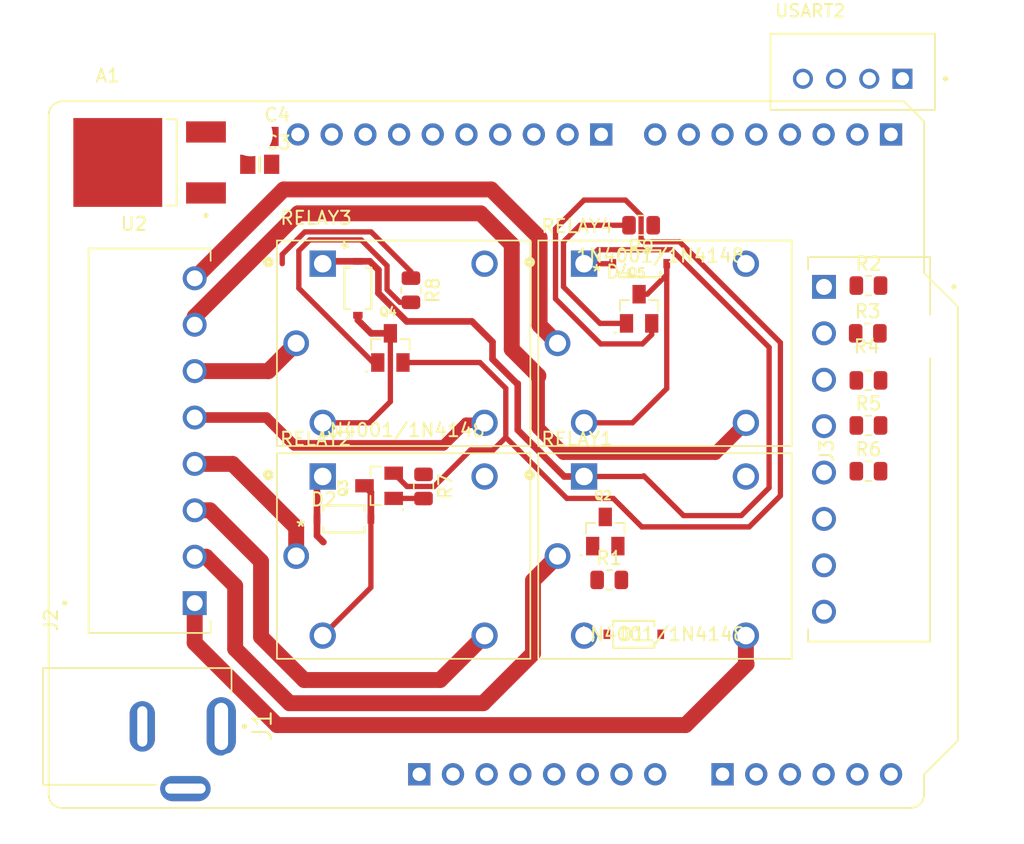
<source format=kicad_pcb>
(kicad_pcb (version 20241229) (generator "pcbnew") (generator_version "9.0")
  (layers (0 "F.Cu" signal) (2 "B.Cu" signal) (13 "F.Paste" user) (15 "B.Paste" user) (5 "F.SilkS" user "F.Silkscreen") (7 "B.SilkS" user "B.Silkscreen") (1 "F.Mask" user) (3 "B.Mask" user) (25 "Edge.Cuts" user))
  (net 0 "")
  (net 1 "GND")
  (net 2 "Net-(U2-IN)")
  (net 3 "5V")
  (net 4 "Net-(D1-A)")
  (net 5 "Net-(D2-A)")
  (net 6 "Net-(D3-A)")
  (net 7 "Net-(D4-A)")
  (net 9 "COM4")
  (net 10 "RNO1")
  (net 11 "RNO2")
  (net 12 "COM2")
  (net 13 "COM3")
  (net 14 "RNO3")
  (net 15 "COM1")
  (net 16 "RNO4")
  (net 17 "IN3")
  (net 18 "IN1")
  (net 19 "ADC0")
  (net 20 "IN2")
  (net 21 "ADC2")
  (net 22 "ADC1")
  (net 23 "ADC4")
  (net 24 "ADC3")
  (net 25 "Net-(Q2-B)")
  (net 26 "Net-(Q3-B)")
  (net 27 "Net-(Q4-B)")
  (net 28 "Net-(Q5-B)")
  (net 29 "OUT4")
  (net 30 "OUT3")
  (net 31 "OUT2")
  (net 32 "OUT1")
  (net 37 "USART_RX")
  (net 38 "USART_TX")
  (footprint "1N4148W-TP:SOD123" (layer "F.Cu") (at 169.8 53.2)
    (property "Reference" "D1" (at -0.1016 0 0) (layer "F.SilkS"))
    (property "Value" "1N4001/1N4148" (at 2.0828 0 0) (layer "F.SilkS"))
    (fp_line (start -1.5494 -1.016) (end -1.5494 -0.6096) (stroke (width 0.1524)) (layer "F.SilkS"))
    (fp_line (start -1.5494 0.6096) (end -1.5494 1.016) (stroke (width 0.1524)) (layer "F.SilkS"))
    (fp_line (start -1.5494 1.016) (end 1.5494 1.016) (stroke (width 0.1524)) (layer "F.SilkS"))
    (fp_line (start 1.5494 -1.016) (end -1.5494 -1.016) (stroke (width 0.1524)) (layer "F.SilkS"))
    (fp_line (start 1.5494 -0.6096) (end 1.5494 -1.016) (stroke (width 0.1524)) (layer "F.SilkS"))
    (fp_line (start 1.5494 1.016) (end 1.5494 0.6096) (stroke (width 0.1524)) (layer "F.SilkS"))
    (fp_text user "*" (at -3.2512 0.635 0) (layer "F.SilkS"))
    (pad "1" smd rect (at -2.032 0) (size 0.508 0.7112) (layers "F.Cu" "F.Mask" "F.Paste") (net 3 "5V"))
    (pad "2" smd rect (at 2.032 0) (size 0.508 0.7112) (layers "F.Cu" "F.Mask" "F.Paste") (net 4 "Net-(D1-A)"))
  )
  (footprint "1N4148W-TP:SOD123" (layer "F.Cu") (at 170.25 25.25)
    (property "Reference" "D4" (at -1.5494 0.6096 0) (layer "F.SilkS"))
    (property "Value" "1N4001/1N4148" (at 1.5494 -0.6096 0) (layer "F.SilkS"))
    (fp_line (start -1.5494 -1.016) (end -1.5494 -0.6096) (stroke (width 0.1524)) (layer "F.SilkS"))
    (fp_line (start -1.5494 0.6096) (end -1.5494 1.016) (stroke (width 0.1524)) (layer "F.SilkS"))
    (fp_line (start -1.5494 1.016) (end 1.5494 1.016) (stroke (width 0.1524)) (layer "F.SilkS"))
    (fp_line (start 1.5494 -1.016) (end -1.5494 -1.016) (stroke (width 0.1524)) (layer "F.SilkS"))
    (fp_line (start 1.5494 -0.6096) (end 1.5494 -1.016) (stroke (width 0.1524)) (layer "F.SilkS"))
    (fp_line (start 1.5494 1.016) (end 1.5494 0.6096) (stroke (width 0.1524)) (layer "F.SilkS"))
    (fp_text user "*" (at -3.2512 0.635 0) (layer "F.SilkS"))
    (pad "1" smd rect (at -2.032 0) (size 0.508 0.7112) (layers "F.Cu" "F.Mask" "F.Paste") (net 3 "5V"))
    (pad "2" smd rect (at 2.032 0) (size 0.508 0.7112) (layers "F.Cu" "F.Mask" "F.Paste") (net 7 "Net-(D4-A)"))
  )
  (footprint "Resistor_SMD:R_0805_2012Metric" (layer "F.Cu") (at 167.95 49.1)
    (property "Reference" "R1" (at 0 -1.65 0) (layer "F.SilkS"))
    (property "Value" "10K")
    (fp_line (start -0.227064 -0.735) (end 0.227064 -0.735) (stroke (width 0.12)) (layer "F.SilkS"))
    (fp_line (start -0.227064 0.735) (end 0.227064 0.735) (stroke (width 0.12)) (layer "F.SilkS"))
    (pad "1" smd roundrect (at -0.9125 0) (size 1.025 1.4) (layers "F.Cu" "F.Mask" "F.Paste") (roundrect_rratio 0.243902) (net 29 "OUT4"))
    (pad "2" smd roundrect (at 0.9125 0) (size 1.025 1.4) (layers "F.Cu" "F.Mask" "F.Paste") (roundrect_rratio 0.243902) (net 25 "Net-(Q2-B)"))
  )
  (footprint "Resistor_SMD:R_0805_2012Metric" (layer "F.Cu") (at 187.4875 26.9)
    (property "Reference" "R2" (at 0 -1.65 0) (layer "F.SilkS"))
    (property "Value" "1K")
    (fp_line (start -0.227064 -0.735) (end 0.227064 -0.735) (stroke (width 0.12)) (layer "F.SilkS"))
    (fp_line (start -0.227064 0.735) (end 0.227064 0.735) (stroke (width 0.12)) (layer "F.SilkS"))
    (pad "1" smd roundrect (at -0.9125 0) (size 1.025 1.4) (layers "F.Cu" "F.Mask" "F.Paste") (roundrect_rratio 0.243902) (net 19 "ADC0"))
    (pad "2" smd roundrect (at 0.9125 0) (size 1.025 1.4) (layers "F.Cu" "F.Mask" "F.Paste") (roundrect_rratio 0.243902) (net 1 "GND"))
  )
  (footprint "SRD-05VDC-SL-C:RELAY_SRD-05VDC-SL-C" (layer "F.Cu") (at 172.15 31.25)
    (property "Reference" "RELAY4" (at -6.62563 -8.83584 0) (layer "F.SilkS") (effects (font (size 1.000094 1.000094))))
    (property "Value" "SRD-05VDC-SL-C")
    (fp_line (start -9.55 -7.75) (end 9.55 -7.75) (stroke (width 0.127)) (layer "F.SilkS"))
    (fp_line (start -9.55 7.75) (end -9.55 -7.75) (stroke (width 0.127)) (layer "F.SilkS"))
    (fp_line (start 9.55 -7.75) (end 9.55 7.75) (stroke (width 0.127)) (layer "F.SilkS"))
    (fp_line (start 9.55 7.75) (end -9.55 7.75) (stroke (width 0.127)) (layer "F.SilkS"))
    (fp_circle (center -10.2 -6.119) (end -10.1 -6.119) (stroke (width 0.3)) (fill no) (layer "F.SilkS"))
    (pad "A1" thru_hole rect (at -6.1 -6) (size 1.98 1.98) (drill 1.32) (layers "*.Cu" "*.Mask") (net 3 "5V"))
    (pad "A2" thru_hole circle (at -6.1 6) (size 1.98 1.98) (drill 1.32) (layers "*.Cu" "*.Mask") (net 7 "Net-(D4-A)"))
    (pad "COM" thru_hole circle (at -8.1 0) (size 1.935 1.935) (drill 1.29) (layers "*.Cu" "*.Mask") (net 9 "COM4"))
    (pad "NC" thru_hole circle (at 6.1 -6) (size 1.98 1.98) (drill 1.32) (layers "*.Cu" "*.Mask"))
    (pad "NO" thru_hole circle (at 6.1 6) (size 1.98 1.98) (drill 1.32) (layers "*.Cu" "*.Mask") (net 16 "RNO4"))
  )
  (footprint "SRD-05VDC-SL-C:RELAY_SRD-05VDC-SL-C" (layer "F.Cu") (at 152.45 31.25)
    (property "Reference" "RELAY3" (at -6.6 -9.45 0) (layer "F.SilkS") (effects (font (size 1.000094 1.000094))))
    (property "Value" "SRD-05VDC-SL-C")
    (fp_line (start -9.55 -7.75) (end 9.55 -7.75) (stroke (width 0.127)) (layer "F.SilkS"))
    (fp_line (start -9.55 7.75) (end -9.55 -7.75) (stroke (width 0.127)) (layer "F.SilkS"))
    (fp_line (start 9.55 -7.75) (end 9.55 7.75) (stroke (width 0.127)) (layer "F.SilkS"))
    (fp_line (start 9.55 7.75) (end -9.55 7.75) (stroke (width 0.127)) (layer "F.SilkS"))
    (fp_circle (center -10.2 -6.119) (end -10.1 -6.119) (stroke (width 0.3)) (fill no) (layer "F.SilkS"))
    (pad "A1" thru_hole rect (at -6.1 -6) (size 1.98 1.98) (drill 1.32) (layers "*.Cu" "*.Mask") (net 3 "5V"))
    (pad "A2" thru_hole circle (at -6.1 6) (size 1.98 1.98) (drill 1.32) (layers "*.Cu" "*.Mask") (net 6 "Net-(D3-A)"))
    (pad "COM" thru_hole circle (at -8.1 0) (size 1.935 1.935) (drill 1.29) (layers "*.Cu" "*.Mask") (net 13 "COM3"))
    (pad "NC" thru_hole circle (at 6.1 -6) (size 1.98 1.98) (drill 1.32) (layers "*.Cu" "*.Mask"))
    (pad "NO" thru_hole circle (at 6.1 6) (size 1.98 1.98) (drill 1.32) (layers "*.Cu" "*.Mask") (net 14 "RNO3"))
  )
  (footprint "Resistor_SMD:R_0805_2012Metric" (layer "F.Cu") (at 153 27.25 -90)
    (property "Reference" "R8" (at 0 -1.65 90) (layer "F.SilkS"))
    (property "Value" "10K")
    (fp_line (start -0.227064 0.735) (end 0.227064 0.735) (stroke (width 0.12)) (layer "F.SilkS"))
    (fp_line (start -0.227064 -0.735) (end 0.227064 -0.735) (stroke (width 0.12)) (layer "F.SilkS"))
    (pad "1" smd roundrect (at -0.9125 0 270) (size 1.025 1.4) (layers "F.Cu" "F.Mask" "F.Paste") (roundrect_rratio 0.243902) (net 31 "OUT2"))
    (pad "2" smd roundrect (at 0.9125 0 270) (size 1.025 1.4) (layers "F.Cu" "F.Mask" "F.Paste") (roundrect_rratio 0.243902) (net 27 "Net-(Q4-B)"))
  )
  (footprint "S9013:SOT95P240X120-3N" (layer "F.Cu") (at 170.2 28.65)
    (property "Reference" "Q5" (at -0.173263 -2.71554 0) (layer "F.SilkS") (effects (font (size 0.640976 0.640976))))
    (property "Value" "S9013")
    (fp_line (start -1.45 -0.65) (end -1.45 0.15) (stroke (width 0.127)) (layer "F.SilkS"))
    (fp_line (start -1.45 -0.65) (end -0.75 -0.65) (stroke (width 0.127)) (layer "F.SilkS"))
    (fp_line (start 1.45 -0.65) (end 0.75 -0.65) (stroke (width 0.127)) (layer "F.SilkS"))
    (fp_line (start 1.45 -0.65) (end 1.45 0.15) (stroke (width 0.127)) (layer "F.SilkS"))
    (fp_circle (center -1.8 1.8) (end -1.7 1.8) (fill yes) (layer "F.SilkS"))
    (pad "1" smd rect (at -0.95 1.1) (size 1 1.4) (layers "F.Cu" "F.Mask" "F.Paste") (net 28 "Net-(Q5-B)"))
    (pad "2" smd rect (at 0.95 1.1) (size 1 1.4) (layers "F.Cu" "F.Mask" "F.Paste") (net 1 "GND"))
    (pad "3" smd rect (at 0 -1.1) (size 1 1.4) (layers "F.Cu" "F.Mask" "F.Paste") (net 7 "Net-(D4-A)"))
  )
  (footprint "terminal_block_90deg:TE_284512-8" (layer "F.Cu") (at 184.1375 39.25 -90)
    (property "Reference" "J3" (at 0.1 -0.2 90) (layer "F.SilkS"))
    (property "Value" "284512-8")
    (fp_line (start -14.5 1.2) (end -13.57 1.2) (stroke (width 0.127)) (layer "F.SilkS"))
    (fp_line (start -14.5 1.2) (end -14.5 -8) (stroke (width 0.127)) (layer "F.SilkS"))
    (fp_line (start 13.57 1.2) (end 14.5 1.2) (stroke (width 0.127)) (layer "F.SilkS"))
    (fp_line (start -14.5 -8) (end 14.5 -8) (stroke (width 0.127)) (layer "F.SilkS"))
    (fp_line (start 14.5 -8) (end 14.5 1.2) (stroke (width 0.127)) (layer "F.SilkS"))
    (fp_circle (center -12.25 -9.8) (end -12.15 -9.8) (stroke (width 0.2)) (fill no) (layer "F.SilkS"))
    (pad "1" thru_hole rect (at -12.25 0 270) (size 1.8 1.8) (drill 1.2) (layers "*.Cu" "*.Mask") (net 19 "ADC0"))
    (pad "2" thru_hole circle (at -8.75 0 270) (size 1.8 1.8) (drill 1.2) (layers "*.Cu" "*.Mask") (net 22 "ADC1"))
    (pad "3" thru_hole circle (at -5.25 0 270) (size 1.8 1.8) (drill 1.2) (layers "*.Cu" "*.Mask") (net 21 "ADC2"))
    (pad "4" thru_hole circle (at -1.75 0 270) (size 1.8 1.8) (drill 1.2) (layers "*.Cu" "*.Mask") (net 24 "ADC3"))
    (pad "5" thru_hole circle (at 1.75 0 270) (size 1.8 1.8) (drill 1.2) (layers "*.Cu" "*.Mask") (net 23 "ADC4"))
    (pad "6" thru_hole circle (at 5.25 0 270) (size 1.8 1.8) (drill 1.2) (layers "*.Cu" "*.Mask") (net 18 "IN1"))
    (pad "7" thru_hole circle (at 8.75 0 270) (size 1.8 1.8) (drill 1.2) (layers "*.Cu" "*.Mask") (net 20 "IN2"))
    (pad "8" thru_hole circle (at 12.25 0 270) (size 1.8 1.8) (drill 1.2) (layers "*.Cu" "*.Mask") (net 17 "IN3"))
  )
  (footprint "Resistor_SMD:R_0805_2012Metric" (layer "F.Cu") (at 170.35 22.35 180)
    (property "Reference" "R9" (at 0 -1.65 0) (layer "F.SilkS"))
    (property "Value" "10K")
    (fp_line (start -0.227064 0.735) (end 0.227064 0.735) (stroke (width 0.12)) (layer "F.SilkS"))
    (fp_line (start -0.227064 -0.735) (end 0.227064 -0.735) (stroke (width 0.12)) (layer "F.SilkS"))
    (pad "1" smd roundrect (at -0.9125 0 180) (size 1.025 1.4) (layers "F.Cu" "F.Mask" "F.Paste") (roundrect_rratio 0.243902) (net 32 "OUT1"))
    (pad "2" smd roundrect (at 0.9125 0 180) (size 1.025 1.4) (layers "F.Cu" "F.Mask" "F.Paste") (roundrect_rratio 0.243902) (net 28 "Net-(Q5-B)"))
  )
  (footprint "TAJR106K006RNJ:CAPC2012X140N" (layer "F.Cu") (at 141.6 17.75)
    (property "Reference" "C3" (at 1.375 -1.635 0) (layer "F.SilkS"))
    (property "Value" "100uf")
    (fp_line (start 0 -0.55) (end 0 0.55) (stroke (width 0.2)) (layer "F.SilkS"))
    (pad "1" smd rect (at -0.9 0) (size 1.15 1.45) (layers "F.Cu" "F.Mask" "F.Paste") (net 2 "Net-(U2-IN)"))
    (pad "2" smd rect (at 0.9 0) (size 1.15 1.45) (layers "F.Cu" "F.Mask" "F.Paste") (net 1 "GND"))
  )
  (footprint "1N4148W-TP:SOD123" (layer "F.Cu") (at 149 27.1 -90)
    (property "Reference" "D3" (hide yes))
    (property "Value" "1N4001/1N4148" (hide yes))
    (fp_line (start -1.5494 1.016) (end 1.5494 1.016) (stroke (width 0.1524)) (layer "F.SilkS"))
    (fp_line (start 1.5494 1.016) (end 1.5494 0.6096) (stroke (width 0.1524)) (layer "F.SilkS"))
    (fp_line (start -1.5494 0.6096) (end -1.5494 1.016) (stroke (width 0.1524)) (layer "F.SilkS"))
    (fp_line (start 1.5494 -0.6096) (end 1.5494 -1.016) (stroke (width 0.1524)) (layer "F.SilkS"))
    (fp_line (start -1.5494 -1.016) (end -1.5494 -0.6096) (stroke (width 0.1524)) (layer "F.SilkS"))
    (fp_line (start 1.5494 -1.016) (end -1.5494 -1.016) (stroke (width 0.1524)) (layer "F.SilkS"))
    (fp_text user "*" (at -3.2512 0.635 90) (layer "F.SilkS"))
    (pad "1" smd rect (at -2.032 0 270) (size 0.508 0.7112) (layers "F.Cu" "F.Mask" "F.Paste") (net 3 "5V"))
    (pad "2" smd rect (at 2.032 0 270) (size 0.508 0.7112) (layers "F.Cu" "F.Mask" "F.Paste") (net 6 "Net-(D3-A)"))
  )
  (footprint "1N4148W-TP:SOD123" (layer "F.Cu") (at 147.95 44.5)
    (property "Reference" "D2" (at -1.518 -1.4656 0) (layer "F.SilkS"))
    (property "Value" "1N4001/1N4148" (at 4.3 -6.7 0) (layer "F.SilkS"))
    (fp_line (start -1.5494 -1.016) (end -1.5494 -0.6096) (stroke (width 0.1524)) (layer "F.SilkS"))
    (fp_line (start -1.5494 0.6096) (end -1.5494 1.016) (stroke (width 0.1524)) (layer "F.SilkS"))
    (fp_line (start -1.5494 1.016) (end 1.5494 1.016) (stroke (width 0.1524)) (layer "F.SilkS"))
    (fp_line (start 1.5494 -1.016) (end -1.5494 -1.016) (stroke (width 0.1524)) (layer "F.SilkS"))
    (fp_line (start 1.5494 -0.6096) (end 1.5494 -1.016) (stroke (width 0.1524)) (layer "F.SilkS"))
    (fp_line (start 1.5494 1.016) (end 1.5494 0.6096) (stroke (width 0.1524)) (layer "F.SilkS"))
    (fp_text user "*" (at -3.2512 0.635 0) (layer "F.SilkS"))
    (pad "1" smd rect (at -2.032 0) (size 0.508 0.7112) (layers "F.Cu" "F.Mask" "F.Paste") (net 3 "5V"))
    (pad "2" smd rect (at 2.032 0) (size 0.508 0.7112) (layers "F.Cu" "F.Mask" "F.Paste") (net 5 "Net-(D2-A)"))
  )
  (footprint "Resistor_SMD:R_0805_2012Metric" (layer "F.Cu") (at 187.4875 40.9)
    (property "Reference" "R6" (at 0 -1.65 0) (layer "F.SilkS"))
    (property "Value" "1K")
    (fp_line (start -0.227064 -0.735) (end 0.227064 -0.735) (stroke (width 0.12)) (layer "F.SilkS"))
    (fp_line (start -0.227064 0.735) (end 0.227064 0.735) (stroke (width 0.12)) (layer "F.SilkS"))
    (pad "1" smd roundrect (at -0.9125 0) (size 1.025 1.4) (layers "F.Cu" "F.Mask" "F.Paste") (roundrect_rratio 0.243902) (net 23 "ADC4"))
    (pad "2" smd roundrect (at 0.9125 0) (size 1.025 1.4) (layers "F.Cu" "F.Mask" "F.Paste") (roundrect_rratio 0.243902) (net 1 "GND"))
  )
  (footprint "Resistor_SMD:R_0805_2012Metric" (layer "F.Cu") (at 187.4375 30.5)
    (property "Reference" "R3" (at 0 -1.65 0) (layer "F.SilkS"))
    (property "Value" "1K")
    (fp_line (start -0.227064 -0.735) (end 0.227064 -0.735) (stroke (width 0.12)) (layer "F.SilkS"))
    (fp_line (start -0.227064 0.735) (end 0.227064 0.735) (stroke (width 0.12)) (layer "F.SilkS"))
    (pad "1" smd roundrect (at -0.9125 0) (size 1.025 1.4) (layers "F.Cu" "F.Mask" "F.Paste") (roundrect_rratio 0.243902) (net 22 "ADC1"))
    (pad "2" smd roundrect (at 0.9125 0) (size 1.025 1.4) (layers "F.Cu" "F.Mask" "F.Paste") (roundrect_rratio 0.243902) (net 1 "GND"))
  )
  (footprint "EJ508A:MPD_EJ508A" (layer "F.Cu") (at 136 60.15 -90)
    (property "Reference" "J1" (at -0.055 -5.789 90) (layer "F.SilkS") (effects (font (size 1.4 1.4))))
    (property "Value" "EJ508A")
    (fp_line (start -4.4 10.74) (end 4.4 10.74) (stroke (width 0.127)) (layer "F.SilkS"))
    (fp_line (start 4.4 10.74) (end 4.4 2.22) (stroke (width 0.127)) (layer "F.SilkS"))
    (fp_line (start -4.4 -3.475) (end -4.4 10.74) (stroke (width 0.127)) (layer "F.SilkS"))
    (fp_line (start -2.52 -3.475) (end -4.4 -3.475) (stroke (width 0.127)) (layer "F.SilkS"))
    (fp_line (start 2.52 -3.475) (end 4.4 -3.475) (stroke (width 0.127)) (layer "F.SilkS"))
    (fp_line (start 4.4 -3.475) (end 4.4 -2.22) (stroke (width 0.127)) (layer "F.SilkS"))
    (fp_circle (center 0 -4.45) (end 0.1 -4.45) (stroke (width 0.2)) (fill no) (layer "F.SilkS"))
    (pad "1" thru_hole oval (at 0 -2.705 270) (size 4.4 2.2) (drill oval 3.56 1.02) (layers "*.Cu" "*.Mask") (net 1 "GND"))
    (pad "2" thru_hole oval (at 0 3.25 270) (size 3.8 1.9) (drill oval 3.05 0.76) (layers "*.Cu" "*.Mask") (net 2 "Net-(U2-IN)"))
    (pad "3" thru_hole oval (at 4.69 0 270) (size 1.9 3.8) (drill oval 0.76 3.05) (layers "*.Cu" "*.Mask"))
  )
  (footprint "terminal_block_90deg:TE_284512-8" (layer "F.Cu") (at 136.7 38.6 90)
    (property "Reference" "J2" (at -13.525 -10.835 90) (layer "F.SilkS"))
    (property "Value" "284512-8")
    (fp_line (start 14.5 -8) (end 14.5 1.2) (stroke (width 0.127)) (layer "F.SilkS"))
    (fp_line (start -14.5 -8) (end 14.5 -8) (stroke (width 0.127)) (layer "F.SilkS"))
    (fp_line (start 13.57 1.2) (end 14.5 1.2) (stroke (width 0.127)) (layer "F.SilkS"))
    (fp_line (start -14.5 1.2) (end -14.5 -8) (stroke (width 0.127)) (layer "F.SilkS"))
    (fp_line (start -14.5 1.2) (end -13.57 1.2) (stroke (width 0.127)) (layer "F.SilkS"))
    (fp_circle (center -12.25 -9.8) (end -12.15 -9.8) (stroke (width 0.2)) (fill no) (layer "F.SilkS"))
    (pad "1" thru_hole rect (at -12.25 0 90) (size 1.8 1.8) (drill 1.2) (layers "*.Cu" "*.Mask") (net 10 "RNO1"))
    (pad "2" thru_hole circle (at -8.75 0 90) (size 1.8 1.8) (drill 1.2) (layers "*.Cu" "*.Mask") (net 15 "COM1"))
    (pad "3" thru_hole circle (at -5.25 0 90) (size 1.8 1.8) (drill 1.2) (layers "*.Cu" "*.Mask") (net 11 "RNO2"))
    (pad "4" thru_hole circle (at -1.75 0 90) (size 1.8 1.8) (drill 1.2) (layers "*.Cu" "*.Mask") (net 12 "COM2"))
    (pad "5" thru_hole circle (at 1.75 0 90) (size 1.8 1.8) (drill 1.2) (layers "*.Cu" "*.Mask") (net 14 "RNO3"))
    (pad "6" thru_hole circle (at 5.25 0 90) (size 1.8 1.8) (drill 1.2) (layers "*.Cu" "*.Mask") (net 13 "COM3"))
    (pad "7" thru_hole circle (at 8.75 0 90) (size 1.8 1.8) (drill 1.2) (layers "*.Cu" "*.Mask") (net 16 "RNO4"))
    (pad "8" thru_hole circle (at 12.25 0 90) (size 1.8 1.8) (drill 1.2) (layers "*.Cu" "*.Mask") (net 9 "COM4"))
  )
  (footprint "Resistor_SMD:R_0805_2012Metric" (layer "F.Cu") (at 153.95 42.05 -90)
    (property "Reference" "R7" (at 0 -1.65 90) (layer "F.SilkS"))
    (property "Value" "10K")
    (fp_line (start -0.227064 0.735) (end 0.227064 0.735) (stroke (width 0.12)) (layer "F.SilkS"))
    (fp_line (start -0.227064 -0.735) (end 0.227064 -0.735) (stroke (width 0.12)) (layer "F.SilkS"))
    (pad "1" smd roundrect (at -0.9125 0 270) (size 1.025 1.4) (layers "F.Cu" "F.Mask" "F.Paste") (roundrect_rratio 0.243902) (net 30 "OUT3"))
    (pad "2" smd roundrect (at 0.9125 0 270) (size 1.025 1.4) (layers "F.Cu" "F.Mask" "F.Paste") (roundrect_rratio 0.243902) (net 26 "Net-(Q3-B)"))
  )
  (footprint "SRD-05VDC-SL-C:RELAY_SRD-05VDC-SL-C" (layer "F.Cu") (at 152.45 47.3)
    (property "Reference" "RELAY2" (at -6.62563 -8.83584 0) (layer "F.SilkS") (effects (font (size 1.000094 1.000094))))
    (property "Value" "SRD-05VDC-SL-C")
    (fp_line (start -9.55 -7.75) (end 9.55 -7.75) (stroke (width 0.127)) (layer "F.SilkS"))
    (fp_line (start -9.55 7.75) (end -9.55 -7.75) (stroke (width 0.127)) (layer "F.SilkS"))
    (fp_line (start 9.55 -7.75) (end 9.55 7.75) (stroke (width 0.127)) (layer "F.SilkS"))
    (fp_line (start 9.55 7.75) (end -9.55 7.75) (stroke (width 0.127)) (layer "F.SilkS"))
    (fp_circle (center -10.2 -6.119) (end -10.1 -6.119) (stroke (width 0.3)) (fill no) (layer "F.SilkS"))
    (pad "A1" thru_hole rect (at -6.1 -6) (size 1.98 1.98) (drill 1.32) (layers "*.Cu" "*.Mask") (net 3 "5V"))
    (pad "A2" thru_hole circle (at -6.1 6) (size 1.98 1.98) (drill 1.32) (layers "*.Cu" "*.Mask") (net 5 "Net-(D2-A)"))
    (pad "COM" thru_hole circle (at -8.1 0) (size 1.935 1.935) (drill 1.29) (layers "*.Cu" "*.Mask") (net 12 "COM2"))
    (pad "NC" thru_hole circle (at 6.1 -6) (size 1.98 1.98) (drill 1.32) (layers "*.Cu" "*.Mask"))
    (pad "NO" thru_hole circle (at 6.1 6) (size 1.98 1.98) (drill 1.32) (layers "*.Cu" "*.Mask") (net 11 "RNO2"))
  )
  (footprint "S9013:SOT95P240X120-3N" (layer "F.Cu") (at 151.45 31.6)
    (property "Reference" "Q4" (at -0.173263 -2.71554 0) (layer "F.SilkS") (effects (font (size 0.640976 0.640976))))
    (property "Value" "S9013")
    (fp_line (start -1.45 -0.65) (end -1.45 0.15) (stroke (width 0.127)) (layer "F.SilkS"))
    (fp_line (start -1.45 -0.65) (end -0.75 -0.65) (stroke (width 0.127)) (layer "F.SilkS"))
    (fp_line (start 1.45 -0.65) (end 0.75 -0.65) (stroke (width 0.127)) (layer "F.SilkS"))
    (fp_line (start 1.45 -0.65) (end 1.45 0.15) (stroke (width 0.127)) (layer "F.SilkS"))
    (fp_circle (center -1.8 1.8) (end -1.7 1.8) (fill yes) (layer "F.SilkS"))
    (pad "1" smd rect (at -0.95 1.1) (size 1 1.4) (layers "F.Cu" "F.Mask" "F.Paste") (net 27 "Net-(Q4-B)"))
    (pad "2" smd rect (at 0.95 1.1) (size 1 1.4) (layers "F.Cu" "F.Mask" "F.Paste") (net 1 "GND"))
    (pad "3" smd rect (at 0 -1.1) (size 1 1.4) (layers "F.Cu" "F.Mask" "F.Paste") (net 6 "Net-(D3-A)"))
  )
  (footprint "Resistor_SMD:R_0805_2012Metric" (layer "F.Cu") (at 187.4875 37.45)
    (property "Reference" "R5" (at 0 -1.65 0) (layer "F.SilkS"))
    (property "Value" "1K")
    (fp_line (start -0.227064 -0.735) (end 0.227064 -0.735) (stroke (width 0.12)) (layer "F.SilkS"))
    (fp_line (start -0.227064 0.735) (end 0.227064 0.735) (stroke (width 0.12)) (layer "F.SilkS"))
    (pad "1" smd roundrect (at -0.9125 0) (size 1.025 1.4) (layers "F.Cu" "F.Mask" "F.Paste") (roundrect_rratio 0.243902) (net 24 "ADC3"))
    (pad "2" smd roundrect (at 0.9125 0) (size 1.025 1.4) (layers "F.Cu" "F.Mask" "F.Paste") (roundrect_rratio 0.243902) (net 1 "GND"))
  )
  (footprint "TAJR106K006RNJ:CAPC2012X140N" (layer "F.Cu") (at 141.55 15.65)
    (property "Reference" "C4" (at 1.375 -1.635 0) (layer "F.SilkS"))
    (property "Value" "10uf")
    (fp_line (start 0 -0.55) (end 0 0.55) (stroke (width 0.2)) (layer "F.SilkS"))
    (pad "1" smd rect (at -0.9 0) (size 1.15 1.45) (layers "F.Cu" "F.Mask" "F.Paste") (net 3 "5V"))
    (pad "2" smd rect (at 0.9 0) (size 1.15 1.45) (layers "F.Cu" "F.Mask" "F.Paste") (net 1 "GND"))
  )
  (footprint "ARDUINO_UNO_REV3:ARDUINO_ARDUINO_UNO_REV3" (layer "F.Cu") (at 159.9573 39.6507)
    (property "Reference" "A1" (at -29.8223 -28.5957 0) (layer "F.SilkS"))
    (property "Value" "ARDUINO_UNO_REV3")
    (fp_line (start -34.2673 -25.6337) (end -34.225 -25.9087) (stroke (width 0.127)) (layer "F.SilkS"))
    (fp_line (start -34.2673 25.6562) (end -34.2673 -25.6337) (stroke (width 0.127)) (layer "F.SilkS"))
    (fp_line (start -34.225 -25.9087) (end -34.1403 -26.1415) (stroke (width 0.127)) (layer "F.SilkS"))
    (fp_line (start -34.225 25.9101) (end -34.2673 25.6562) (stroke (width 0.127)) (layer "F.SilkS"))
    (fp_line (start -34.1403 -26.1415) (end -33.9711 -26.3531) (stroke (width 0.127)) (layer "F.SilkS"))
    (fp_line (start -34.1403 26.1429) (end -34.225 25.9101) (stroke (width 0.127)) (layer "F.SilkS"))
    (fp_line (start -33.9711 -26.3531) (end -33.7595 -26.5012) (stroke (width 0.127)) (layer "F.SilkS"))
    (fp_line (start -33.9711 26.3545) (end -34.1403 26.1429) (stroke (width 0.127)) (layer "F.SilkS"))
    (fp_line (start -33.7595 -26.5012) (end -33.5267 -26.607) (stroke (width 0.127)) (layer "F.SilkS"))
    (fp_line (start -33.7595 26.5237) (end -33.9711 26.3545) (stroke (width 0.127)) (layer "F.SilkS"))
    (fp_line (start -33.5267 -26.607) (end -33.2728 -26.6493) (stroke (width 0.127)) (layer "F.SilkS"))
    (fp_line (start -33.5267 26.6084) (end -33.7595 26.5237) (stroke (width 0.127)) (layer "F.SilkS"))
    (fp_line (start -33.2728 -26.6493) (end 30.2047 -26.6493) (stroke (width 0.127)) (layer "F.SilkS"))
    (fp_line (start -33.2728 26.6507) (end -33.5267 26.6084) (stroke (width 0.127)) (layer "F.SilkS"))
    (fp_line (start 30.2047 -26.6493) (end 31.7282 -25.1258) (stroke (width 0.127)) (layer "F.SilkS"))
    (fp_line (start 30.7337 26.6507) (end -33.2728 26.6507) (stroke (width 0.127)) (layer "F.SilkS"))
    (fp_line (start 30.9876 26.6084) (end 30.7337 26.6507) (stroke (width 0.127)) (layer "F.SilkS"))
    (fp_line (start 31.2204 26.5237) (end 30.9876 26.6084) (stroke (width 0.127)) (layer "F.SilkS"))
    (fp_line (start 31.432 26.3545) (end 31.2204 26.5237) (stroke (width 0.127)) (layer "F.SilkS"))
    (fp_line (start 31.6013 26.1429) (end 31.432 26.3545) (stroke (width 0.127)) (layer "F.SilkS"))
    (fp_line (start 31.6859 25.9101) (end 31.6013 26.1429) (stroke (width 0.127)) (layer "F.SilkS"))
    (fp_line (start 31.7282 -25.1258) (end 31.7282 -13.6999) (stroke (width 0.127)) (layer "F.SilkS"))
    (fp_line (start 31.7282 -13.6999) (end 34.2673 -11.1608) (stroke (width 0.127)) (layer "F.SilkS"))
    (fp_line (start 31.7282 24.1116) (end 31.7282 25.6562) (stroke (width 0.127)) (layer "F.SilkS"))
    (fp_line (start 31.7282 25.6562) (end 31.6859 25.9101) (stroke (width 0.127)) (layer "F.SilkS"))
    (fp_line (start 34.2673 -11.1608) (end 34.2673 21.5725) (stroke (width 0.127)) (layer "F.SilkS"))
    (fp_line (start 34.2673 21.5725) (end 31.7282 24.1116) (stroke (width 0.127)) (layer "F.SilkS"))
    (pad "" np_thru_hole circle (at -20.2973 24.1093) (size 3.3 3.3) (drill 3.3) (layers "*.Cu" "*.Mask"))
    (pad "" np_thru_hole circle (at -19.0273 -24.1507) (size 3.3 3.3) (drill 3.3) (layers "*.Cu" "*.Mask"))
    (pad "" np_thru_hole circle (at 31.7727 -8.91069) (size 3.3 3.3) (drill 3.3) (layers "*.Cu" "*.Mask"))
    (pad "" np_thru_hole circle (at 31.7727 19.0293) (size 3.3 3.3) (drill 3.3) (layers "*.Cu" "*.Mask"))
    (pad "3V3" thru_hole circle (at 1.29269 24.1093) (size 1.6764 1.6764) (drill 1.016) (layers "*.Cu" "*.Mask"))
    (pad "5V" thru_hole circle (at 3.83269 24.1093) (size 1.6764 1.6764) (drill 1.016) (layers "*.Cu" "*.Mask") (net 3 "5V"))
    (pad "A0" thru_hole rect (at 16.5327 24.1093) (size 1.6764 1.6764) (drill 1.016) (layers "*.Cu" "*.Mask") (net 19 "ADC0"))
    (pad "A1" thru_hole circle (at 19.0727 24.1093) (size 1.6764 1.6764) (drill 1.016) (layers "*.Cu" "*.Mask") (net 22 "ADC1"))
    (pad "A2" thru_hole circle (at 21.6127 24.1093) (size 1.6764 1.6764) (drill 1.016) (layers "*.Cu" "*.Mask") (net 21 "ADC2"))
    (pad "A3" thru_hole circle (at 24.1527 24.1093) (size 1.6764 1.6764) (drill 1.016) (layers "*.Cu" "*.Mask") (net 24 "ADC3"))
    (pad "A4" thru_hole circle (at 26.6927 24.1093) (size 1.6764 1.6764) (drill 1.016) (layers "*.Cu" "*.Mask") (net 23 "ADC4"))
    (pad "A4_SDA" thru_hole circle (at -12.9313 -24.1507) (size 1.6764 1.6764) (drill 1.016) (layers "*.Cu" "*.Mask"))
    (pad "A5" thru_hole circle (at 29.2327 24.1093) (size 1.6764 1.6764) (drill 1.016) (layers "*.Cu" "*.Mask"))
    (pad "A5_SCL" thru_hole circle (at -15.4713 -24.1507) (size 1.6764 1.6764) (drill 1.016) (layers "*.Cu" "*.Mask"))
    (pad "AREF" thru_hole circle (at -10.3913 -24.1507) (size 1.6764 1.6764) (drill 1.016) (layers "*.Cu" "*.Mask"))
    (pad "D0" thru_hole rect (at 29.2327 -24.1507) (size 1.6764 1.6764) (drill 1.016) (layers "*.Cu" "*.Mask") (net 37 "USART_RX"))
    (pad "D1" thru_hole circle (at 26.6927 -24.1507) (size 1.6764 1.6764) (drill 1.016) (layers "*.Cu" "*.Mask") (net 38 "USART_TX"))
    (pad "D2" thru_hole circle (at 24.1527 -24.1507) (size 1.6764 1.6764) (drill 1.016) (layers "*.Cu" "*.Mask"))
    (pad "D3" thru_hole circle (at 21.6127 -24.1507) (size 1.6764 1.6764) (drill 1.016) (layers "*.Cu" "*.Mask"))
    (pad "D4" thru_hole circle (at 19.0727 -24.1507) (size 1.6764 1.6764) (drill 1.016) (layers "*.Cu" "*.Mask"))
    (pad "D5" thru_hole circle (at 16.5327 -24.1507) (size 1.6764 1.6764) (drill 1.016) (layers "*.Cu" "*.Mask") (net 32 "OUT1"))
    (pad "D6" thru_hole circle (at 13.9927 -24.1507) (size 1.6764 1.6764) (drill 1.016) (layers "*.Cu" "*.Mask") (net 31 "OUT2"))
    (pad "D7" thru_hole circle (at 11.4527 -24.1507) (size 1.6764 1.6764) (drill 1.016) (layers "*.Cu" "*.Mask") (net 30 "OUT3"))
    (pad "D8" thru_hole rect (at 7.38869 -24.1507) (size 1.6764 1.6764) (drill 1.016) (layers "*.Cu" "*.Mask") (net 30 "OUT3"))
    (pad "D9" thru_hole circle (at 4.84869 -24.1507) (size 1.6764 1.6764) (drill 1.016) (layers "*.Cu" "*.Mask") (net 18 "IN1"))
    (pad "D10" thru_hole circle (at 2.30869 -24.1507) (size 1.6764 1.6764) (drill 1.016) (layers "*.Cu" "*.Mask") (net 20 "IN2"))
    (pad "D11" thru_hole circle (at -0.231309 -24.1507) (size 1.6764 1.6764) (drill 1.016) (layers "*.Cu" "*.Mask") (net 17 "IN3"))
    (pad "D12" thru_hole circle (at -2.77131 -24.1507) (size 1.6764 1.6764) (drill 1.016) (layers "*.Cu" "*.Mask"))
    (pad "D13" thru_hole circle (at -5.31131 -24.1507) (size 1.6764 1.6764) (drill 1.016) (layers "*.Cu" "*.Mask"))
    (pad "GND_1" thru_hole circle (at 8.91269 24.1093) (size 1.6764 1.6764) (drill 1.016) (layers "*.Cu" "*.Mask") (net 1 "GND"))
    (pad "GND_2" thru_hole circle (at 6.37269 24.1093) (size 1.6764 1.6764) (drill 1.016) (layers "*.Cu" "*.Mask"))
    (pad "GND_3" thru_hole circle (at -7.85131 -24.1507) (size 1.6764 1.6764) (drill 1.016) (layers "*.Cu" "*.Mask"))
    (pad "IOREF" thru_hole circle (at -3.78731 24.1093) (size 1.6764 1.6764) (drill 1.016) (layers "*.Cu" "*.Mask"))
    (pad "P1" thru_hole rect (at -6.32731 24.1093) (size 1.6764 1.6764) (drill 1.016) (layers "*.Cu" "*.Mask"))
    (pad "RST" thru_hole circle (at -1.24731 24.1093) (size 1.6764 1.6764) (drill 1.016) (layers "*.Cu" "*.Mask"))
    (pad "VIN" thru_hole circle (at 11.4527 24.1093) (size 1.6764 1.6764) (drill 1.016) (layers "*.Cu" "*.Mask"))
  )
  (footprint "JST_CONNECTOR:JST_B4B-XH-A_LF__SN_" (layer "F.Cu") (at 186.3 10.775)
    (property "Reference" "USART2" (at -3.2 -4.6 0) (layer "F.SilkS") (effects (font (size 0.944882 0.944882))))
    (property "Value" "Conn_01x04_Socket")
    (fp_line (start -6.2 -2.875) (end 6.2 -2.875) (stroke (width 0.127)) (layer "F.SilkS"))
    (fp_line (start -6.2 2.875) (end -6.2 -2.875) (stroke (width 0.127)) (layer "F.SilkS"))
    (fp_line (start 6.2 -2.875) (end 6.2 2.875) (stroke (width 0.127)) (layer "F.SilkS"))
    (fp_line (start 6.2 2.875) (end -6.2 2.875) (stroke (width 0.127)) (layer "F.SilkS"))
    (fp_circle (center 7 0.525) (end 7.1 0.525) (stroke (width 0.2)) (fill no) (layer "F.SilkS"))
    (pad "1" thru_hole rect (at 3.75 0.525) (size 1.508 1.508) (drill 1) (layers "*.Cu" "*.Mask") (net 3 "5V"))
    (pad "2" thru_hole circle (at 1.25 0.525) (size 1.508 1.508) (drill 1) (layers "*.Cu" "*.Mask") (net 38 "USART_TX"))
    (pad "3" thru_hole circle (at -1.25 0.525) (size 1.508 1.508) (drill 1) (layers "*.Cu" "*.Mask") (net 37 "USART_RX"))
    (pad "4" thru_hole circle (at -3.75 0.525) (size 1.508 1.508) (drill 1) (layers "*.Cu" "*.Mask") (net 1 "GND"))
  )
  (footprint "L78M05CDT:VREG_L78M05CDT" (layer "F.Cu") (at 133.3 17.6125 180)
    (property "Reference" "U2" (at 1.175 -4.635 0) (layer "F.SilkS"))
    (property "Value" "L78M05CDT")
    (fp_line (start -1.264 -3.25) (end -2.0375 -3.25) (stroke (width 0.127)) (layer "F.SilkS"))
    (fp_line (start -2.0375 3.25) (end -1.264 3.25) (stroke (width 0.127)) (layer "F.SilkS"))
    (fp_line (start -2.0375 -3.25) (end -2.0375 3.25) (stroke (width 0.127)) (layer "F.SilkS"))
    (fp_circle (center -4.25 -4) (end -4.15 -4) (stroke (width 0.2)) (fill no) (layer "F.SilkS"))
    (pad "1" smd rect (at -4.25 -2.3 180) (size 3 1.6) (layers "F.Cu" "F.Mask" "F.Paste") (net 2 "Net-(U2-IN)"))
    (pad "2" smd rect (at 2.4 0 180) (size 6.7 6.7) (layers "F.Cu" "F.Mask") (net 1 "GND"))
    (pad "3" smd rect (at -4.25 2.3 180) (size 3 1.6) (layers "F.Cu" "F.Mask" "F.Paste") (net 3 "5V"))
  )
  (footprint "S9013:SOT95P240X120-3N" (layer "F.Cu") (at 150.6 42 90)
    (property "Reference" "Q3" (at -0.173263 -2.71554 90) (layer "F.SilkS") (effects (font (size 0.640976 0.640976))))
    (property "Value" "S9013")
    (fp_line (start 1.45 -0.65) (end 0.75 -0.65) (stroke (width 0.127)) (layer "F.SilkS"))
    (fp_line (start 1.45 -0.65) (end 1.45 0.15) (stroke (width 0.127)) (layer "F.SilkS"))
    (fp_line (start -1.45 -0.65) (end -0.75 -0.65) (stroke (width 0.127)) (layer "F.SilkS"))
    (fp_line (start -1.45 -0.65) (end -1.45 0.15) (stroke (width 0.127)) (layer "F.SilkS"))
    (fp_circle (center -1.8 1.8) (end -1.7 1.8) (fill yes) (layer "F.SilkS"))
    (pad "1" smd rect (at -0.95 1.1 90) (size 1 1.4) (layers "F.Cu" "F.Mask" "F.Paste") (net 26 "Net-(Q3-B)"))
    (pad "2" smd rect (at 0.95 1.1 90) (size 1 1.4) (layers "F.Cu" "F.Mask" "F.Paste") (net 1 "GND"))
    (pad "3" smd rect (at 0 -1.1 90) (size 1 1.4) (layers "F.Cu" "F.Mask" "F.Paste") (net 5 "Net-(D2-A)"))
  )
  (footprint "SRD-05VDC-SL-C:RELAY_SRD-05VDC-SL-C" (layer "F.Cu") (at 172.15 47.3)
    (property "Reference" "RELAY1" (at -6.62563 -8.83584 0) (layer "F.SilkS") (effects (font (size 1.000094 1.000094))))
    (property "Value" "SRD-05VDC-SL-C")
    (fp_line (start -9.55 -7.75) (end 9.55 -7.75) (stroke (width 0.127)) (layer "F.SilkS"))
    (fp_line (start -9.55 7.75) (end -9.55 -7.75) (stroke (width 0.127)) (layer "F.SilkS"))
    (fp_line (start 9.55 -7.75) (end 9.55 7.75) (stroke (width 0.127)) (layer "F.SilkS"))
    (fp_line (start 9.55 7.75) (end -9.55 7.75) (stroke (width 0.127)) (layer "F.SilkS"))
    (fp_circle (center -10.2 -6.119) (end -10.1 -6.119) (stroke (width 0.3)) (fill no) (layer "F.SilkS"))
    (pad "A1" thru_hole rect (at -6.1 -6) (size 1.98 1.98) (drill 1.32) (layers "*.Cu" "*.Mask") (net 3 "5V"))
    (pad "A2" thru_hole circle (at -6.1 6) (size 1.98 1.98) (drill 1.32) (layers "*.Cu" "*.Mask") (net 4 "Net-(D1-A)"))
    (pad "COM" thru_hole circle (at -8.1 0) (size 1.935 1.935) (drill 1.29) (layers "*.Cu" "*.Mask") (net 15 "COM1"))
    (pad "NC" thru_hole circle (at 6.1 -6) (size 1.98 1.98) (drill 1.32) (layers "*.Cu" "*.Mask"))
    (pad "NO" thru_hole circle (at 6.1 6) (size 1.98 1.98) (drill 1.32) (layers "*.Cu" "*.Mask") (net 10 "RNO1"))
  )
  (footprint "Resistor_SMD:R_0805_2012Metric" (layer "F.Cu") (at 187.4875 34.05)
    (property "Reference" "R4" (at -0.122936 -2.55465 0) (layer "F.SilkS"))
    (property "Value" "1K")
    (fp_line (start -0.227064 -0.735) (end 0.227064 -0.735) (stroke (width 0.12)) (layer "F.SilkS"))
    (fp_line (start -0.227064 0.735) (end 0.227064 0.735) (stroke (width 0.12)) (layer "F.SilkS"))
    (pad "1" smd roundrect (at -0.9125 0) (size 1.025 1.4) (layers "F.Cu" "F.Mask" "F.Paste") (roundrect_rratio 0.243902) (net 21 "ADC2"))
    (pad "2" smd roundrect (at 0.9125 0) (size 1.025 1.4) (layers "F.Cu" "F.Mask" "F.Paste") (roundrect_rratio 0.243902) (net 1 "GND"))
  )
  (footprint "S9013:SOT95P240X120-3N" (layer "F.Cu") (at 167.65 45.45)
    (property "Reference" "Q2" (at -0.173263 -2.71554 0) (layer "F.SilkS") (effects (font (size 0.640976 0.640976))))
    (property "Value" "S9013")
    (fp_line (start -1.45 -0.65) (end -1.45 0.15) (stroke (width 0.127)) (layer "F.SilkS"))
    (fp_line (start -1.45 -0.65) (end -0.75 -0.65) (stroke (width 0.127)) (layer "F.SilkS"))
    (fp_line (start 1.45 -0.65) (end 0.75 -0.65) (stroke (width 0.127)) (layer "F.SilkS"))
    (fp_line (start 1.45 -0.65) (end 1.45 0.15) (stroke (width 0.127)) (layer "F.SilkS"))
    (fp_circle (center -1.8 1.8) (end -1.7 1.8) (fill yes) (layer "F.SilkS"))
    (pad "1" smd rect (at -0.95 1.1) (size 1 1.4) (layers "F.Cu" "F.Mask" "F.Paste") (net 25 "Net-(Q2-B)"))
    (pad "2" smd rect (at 0.95 1.1) (size 1 1.4) (layers "F.Cu" "F.Mask" "F.Paste") (net 1 "GND"))
    (pad "3" smd rect (at 0 -1.1) (size 1 1.4) (layers "F.Cu" "F.Mask" "F.Paste") (net 4 "Net-(D1-A)"))
  )
  (segment (start 171.15 30.6) (end 170.45 31.3) (width 0.4) (layer "F.Cu") (net 1))
  (segment (start 170.55 23.5971) (end 173.2471 23.5971) (width 0.4) (layer "F.Cu") (net 1))
  (segment (start 160.15 34.65) (end 160.15 38.35) (width 0.4) (layer "F.Cu") (net 1))
  (segment (start 173.2471 23.5971) (end 180.85 31.2) (width 0.4) (layer "F.Cu") (net 1))
  (segment (start 163.899 27.899) (end 163.899 22.601) (width 0.4) (layer "F.Cu") (net 1))
  (segment (start 163.899 22.601) (end 166.05 20.45) (width 0.4) (layer "F.Cu") (net 1))
  (segment (start 151.7 41.05) (end 152.7 42.05) (width 0.4) (layer "F.Cu") (net 1))
  (segment (start 158.2 32.7) (end 160.15 34.65) (width 0.4) (layer "F.Cu") (net 1))
  (segment (start 170.45 31.3) (end 167.3 31.3) (width 0.4) (layer "F.Cu") (net 1))
  (segment (start 170.35 21.62242) (end 170.35 23.3971) (width 0.4) (layer "F.Cu") (net 1))
  (segment (start 166.05 20.45) (end 169.17758 20.45) (width 0.4) (layer "F.Cu") (net 1))
  (segment (start 170.35 23.3971) (end 170.55 23.5971) (width 0.4) (layer "F.Cu") (net 1))
  (segment (start 168.252 42.95) (end 164.75 42.95) (width 0.4) (layer "F.Cu") (net 1))
  (segment (start 164.75 42.95) (end 160.15 38.35) (width 0.4) (layer "F.Cu") (net 1))
  (segment (start 180.85 42.75) (end 178.5 45.1) (width 0.4) (layer "F.Cu") (net 1))
  (segment (start 160.15 38.35) (end 159.2 39.3) (width 0.4) (layer "F.Cu") (net 1))
  (segment (start 152.7 42.05) (end 154.75 42.05) (width 0.4) (layer "F.Cu") (net 1))
  (segment (start 171.15 29.75) (end 171.15 30.6) (width 0.4) (layer "F.Cu") (net 1))
  (segment (start 152.4 32.7) (end 158.2 32.7) (width 0.4) (layer "F.Cu") (net 1))
  (segment (start 180.85 31.2) (end 180.85 42.75) (width 0.4) (layer "F.Cu") (net 1))
  (segment (start 169.17758 20.45) (end 170.35 21.62242) (width 0.4) (layer "F.Cu") (net 1))
  (segment (start 154.75 42.05) (end 157.5 39.3) (width 0.4) (layer "F.Cu") (net 1))
  (segment (start 178.5 45.1) (end 170.402 45.1) (width 0.4) (layer "F.Cu") (net 1))
  (segment (start 167.3 31.3) (end 163.899 27.899) (width 0.4) (layer "F.Cu") (net 1))
  (segment (start 170.402 45.1) (end 168.252 42.95) (width 0.4) (layer "F.Cu") (net 1))
  (segment (start 159.2 39.3) (end 157.5 39.3) (width 0.4) (layer "F.Cu") (net 1))
  (segment (start 145.918 41.732) (end 145.918 44.5) (width 0.5) (layer "F.Cu") (net 3))
  (segment (start 161.05 37.79) (end 164.56 41.3) (width 0.5) (layer "F.Cu") (net 3))
  (segment (start 166.05 25.25) (end 167.1019 24.1981) (width 0.4) (layer "F.Cu") (net 3))
  (segment (start 173.55 44.25) (end 170.55 41.25) (width 0.4) (layer "F.Cu") (net 3))
  (segment (start 180 31.5564) (end 180 42.15) (width 0.4) (layer "F.Cu") (net 3))
  (segment (start 170.55 41.25) (end 170.5 41.3) (width 0.4) (layer "F.Cu") (net 3))
  (segment (start 161 34.3) (end 161.05 34.3) (width 0.5) (layer "F.Cu") (net 3))
  (segment (start 150.549 27.469654) (end 152.679346 29.6) (width 0.5) (layer "F.Cu") (net 3))
  (segment (start 161.05 34.3) (end 161.05 37.79) (width 0.5) (layer "F.Cu") (net 3))
  (segment (start 145.918 44.5) (end 145.918 45.768) (width 0.5) (layer "F.Cu") (net 3))
  (segment (start 159.15 32.45) (end 161 34.3) (width 0.5) (layer "F.Cu") (net 3))
  (segment (start 146.35 41.3) (end 145.918 41.732) (width 0.5) (layer "F.Cu") (net 3))
  (segment (start 177.9 44.25) (end 173.55 44.25) (width 0.4) (layer "F.Cu") (net 3))
  (segment (start 145.918 45.768) (end 146.4 46.25) (width 0.5) (layer "F.Cu") (net 3))
  (segment (start 157.6 29.6) (end 159.15 31.15) (width 0.5) (layer "F.Cu") (net 3))
  (segment (start 146.35 25.25) (end 146.532 25.068) (width 0.5) (layer "F.Cu") (net 3))
  (segment (start 167.1019 24.1981) (end 172.6417 24.1981) (width 0.4) (layer "F.Cu") (net 3))
  (segment (start 180 42.15) (end 177.9 44.25) (width 0.4) (layer "F.Cu") (net 3))
  (segment (start 146.532 25.068) (end 149 25.068) (width 0.5) (layer "F.Cu") (net 3))
  (segment (start 149 25.068) (end 149.901068 25.068) (width 0.5) (layer "F.Cu") (net 3))
  (segment (start 164.56 41.3) (end 166.05 41.3) (width 0.5) (layer "F.Cu") (net 3))
  (segment (start 170.5 41.3) (end 166.05 41.3) (width 0.4) (layer "F.Cu") (net 3))
  (segment (start 149.901068 25.068) (end 150.549 25.715932) (width 0.5) (layer "F.Cu") (net 3))
  (segment (start 166.05 25.25) (end 168.218 25.25) (width 0.4) (layer "F.Cu") (net 3))
  (segment (start 172.6417 24.1981) (end 180 31.5564) (width 0.4) (layer "F.Cu") (net 3))
  (segment (start 159.15 31.15) (end 159.15 32.45) (width 0.5) (layer "F.Cu") (net 3))
  (segment (start 150.549 25.715932) (end 150.549 27.469654) (width 0.5) (layer "F.Cu") (net 3))
  (segment (start 152.679346 29.6) (end 157.6 29.6) (width 0.5) (layer "F.Cu") (net 3))
  (segment (start 149.982 42.482) (end 149.982 44.5) (width 0.5) (layer "F.Cu") (net 5))
  (segment (start 149.982 49.668) (end 149.982 44.5) (width 0.4) (layer "F.Cu") (net 5))
  (segment (start 146.35 53.3) (end 149.982 49.668) (width 0.4) (layer "F.Cu") (net 5))
  (segment (start 149.5 42) (end 149.982 42.482) (width 0.5) (layer "F.Cu") (net 5))
  (segment (start 146.35 37.25) (end 149.852 37.25) (width 0.4) (layer "F.Cu") (net 6))
  (segment (start 149 29.132) (end 149 29.5) (width 0.5) (layer "F.Cu") (net 6))
  (segment (start 149.852 37.25) (end 151.45 35.652) (width 0.4) (layer "F.Cu") (net 6))
  (segment (start 149 29.5) (end 150 30.5) (width 0.5) (layer "F.Cu") (net 6))
  (segment (start 151.45 35.652) (end 151.45 30.5) (width 0.4) (layer "F.Cu") (net 6))
  (segment (start 150 30.5) (end 151.45 30.5) (width 0.5) (layer "F.Cu") (net 6))
  (segment (start 169.7 37.25) (end 166.05 37.25) (width 0.4) (layer "F.Cu") (net 7))
  (segment (start 172.282 26.080358) (end 170.812358 27.55) (width 0.4) (layer "F.Cu") (net 7))
  (segment (start 170.812358 27.55) (end 170.2 27.55) (width 0.4) (layer "F.Cu") (net 7))
  (segment (start 172.282 25.25) (end 172.282 26.080358) (width 0.4) (layer "F.Cu") (net 7))
  (segment (start 172.282 34.668) (end 169.7 37.25) (width 0.4) (layer "F.Cu") (net 7))
  (segment (start 172.282 25.25) (end 172.282 34.668) (width 0.4) (layer "F.Cu") (net 7))
  (segment (start 162.7 29.9) (end 162.7 23.3) (width 1.2) (layer "F.Cu") (net 9))
  (segment (start 162.7 23.3) (end 159.05 19.65) (width 1.2) (layer "F.Cu") (net 9))
  (segment (start 164.05 31.25) (end 162.7 29.9) (width 1.2) (layer "F.Cu") (net 9))
  (segment (start 159.05 19.65) (end 143.4 19.65) (width 1.2) (layer "F.Cu") (net 9))
  (segment (start 143.4 19.65) (end 136.7 26.35) (width 1.2) (layer "F.Cu") (net 9))
  (segment (start 136.7 53.85) (end 142.9 60.05) (width 1.2) (layer "F.Cu") (net 10))
  (segment (start 142.9 60.05) (end 173.7 60.05) (width 1.2) (layer "F.Cu") (net 10))
  (segment (start 178.3 55.45) (end 178.25 55.4) (width 1.2) (layer "F.Cu") (net 10))
  (segment (start 178.25 55.4) (end 178.25 53.3) (width 1.2) (layer "F.Cu") (net 10))
  (segment (start 136.7 50.85) (end 136.7 53.85) (width 1.2) (layer "F.Cu") (net 10))
  (segment (start 173.7 60.05) (end 178.3 55.45) (width 1.2) (layer "F.Cu") (net 10))
  (segment (start 137.85 43.85) (end 136.7 43.85) (width 1.2) (layer "F.Cu") (net 11))
  (segment (start 141.7 53.4) (end 141.7 47.7) (width 1.2) (layer "F.Cu") (net 11))
  (segment (start 155.2 56.65) (end 144.95 56.65) (width 1.2) (layer "F.Cu") (net 11))
  (segment (start 141.7 47.7) (end 137.85 43.85) (width 1.2) (layer "F.Cu") (net 11))
  (segment (start 158.55 53.3) (end 155.2 56.65) (width 1.2) (layer "F.Cu") (net 11))
  (segment (start 144.95 56.65) (end 141.7 53.4) (width 1.2) (layer "F.Cu") (net 11))
  (segment (start 144.35 45.15) (end 139.55 40.35) (width 1.2) (layer "F.Cu") (net 12))
  (segment (start 144.35 47.3) (end 144.35 45.15) (width 1.2) (layer "F.Cu") (net 12))
  (segment (start 139.55 40.35) (end 136.7 40.35) (width 1.2) (layer "F.Cu") (net 12))
  (segment (start 142.25 33.35) (end 144.35 31.25) (width 1.2) (layer "F.Cu") (net 13))
  (segment (start 136.7 33.35) (end 142.25 33.35) (width 1.2) (layer "F.Cu") (net 13))
  (segment (start 142.1 36.85) (end 144.2 38.95) (width 0.8) (layer "F.Cu") (net 14))
  (segment (start 144.2 38.95) (end 155.449929 38.95) (width 0.8) (layer "F.Cu") (net 14))
  (segment (start 155.449929 38.95) (end 157.149929 37.25) (width 0.8) (layer "F.Cu") (net 14))
  (segment (start 157.149929 37.25) (end 158.55 37.25) (width 0.8) (layer "F.Cu") (net 14))
  (segment (start 136.7 36.85) (end 142.1 36.85) (width 0.8) (layer "F.Cu") (net 14))
  (segment (start 139.75 49.55) (end 137.55 47.35) (width 1.2) (layer "F.Cu") (net 15))
  (segment (start 143.85 58.4) (end 139.75 54.3) (width 1.2) (layer "F.Cu") (net 15))
  (segment (start 158.45 58.4) (end 143.85 58.4) (width 1.2) (layer "F.Cu") (net 15))
  (segment (start 137.55 47.35) (end 136.7 47.35) (width 1.2) (layer "F.Cu") (net 15))
  (segment (start 162.2 54.65) (end 158.45 58.4) (width 1.2) (layer "F.Cu") (net 15))
  (segment (start 139.75 54.3) (end 139.75 49.55) (width 1.2) (layer "F.Cu") (net 15))
  (segment (start 164.05 47.3) (end 162.2 49.15) (width 1.2) (layer "F.Cu") (net 15))
  (segment (start 162.2 49.15) (end 162.2 54.65) (width 1.2) (layer "F.Cu") (net 15))
  (segment (start 160.6 31.7) (end 162.6 33.7) (width 1.2) (layer "F.Cu") (net 16))
  (segment (start 175.95 39.55) (end 178.25 37.25) (width 1) (layer "F.Cu") (net 16))
  (segment (start 164.5 39.55) (end 175.95 39.55) (width 1) (layer "F.Cu") (net 16))
  (segment (start 162.6 33.7) (end 162.6 33.75) (width 1.2) (layer "F.Cu") (net 16))
  (segment (start 136.7 29.25) (end 144.5 21.45) (width 1.2) (layer "F.Cu") (net 16))
  (segment (start 160.6 23.8) (end 160.6 31.7) (width 1.2) (layer "F.Cu") (net 16))
  (segment (start 162.6 33.75) (end 162.6 37.65) (width 1) (layer "F.Cu") (net 16))
  (segment (start 162.6 37.65) (end 164.5 39.55) (width 1) (layer "F.Cu") (net 16))
  (segment (start 136.7 29.85) (end 136.7 29.25) (width 1.2) (layer "F.Cu") (net 16))
  (segment (start 144.5 21.45) (end 158.25 21.45) (width 1.2) (layer "F.Cu") (net 16))
  (segment (start 158.25 21.45) (end 160.6 23.8) (width 1.2) (layer "F.Cu") (net 16))
  (segment (start 153.9375 42.95) (end 153.95 42.9625) (width 0.4) (layer "F.Cu") (net 26))
  (segment (start 151.7 42.95) (end 153.9375 42.95) (width 0.4) (layer "F.Cu") (net 26))
  (segment (start 151.2 25.4) (end 151.2 27.2) (width 0.4) (layer "F.Cu") (net 27))
  (segment (start 150.15 32.7) (end 144.55 27.1) (width 0.4) (layer "F.Cu") (net 27))
  (segment (start 152.1625 28.1625) (end 153 28.1625) (width 0.4) (layer "F.Cu") (net 27))
  (segment (start 150.5 32.7) (end 150.15 32.7) (width 0.4) (layer "F.Cu") (net 27))
  (segment (start 144.55 27.1) (end 144.55 24.268) (width 0.4) (layer "F.Cu") (net 27))
  (segment (start 144.55 24.268) (end 145.367 23.451) (width 0.4) (layer "F.Cu") (net 27))
  (segment (start 151.2 27.2) (end 152.1625 28.1625) (width 0.4) (layer "F.Cu") (net 27))
  (segment (start 145.367 23.451) (end 149.251 23.451) (width 0.4) (layer "F.Cu") (net 27))
  (segment (start 149.251 23.451) (end 151.2 25.4) (width 0.4) (layer "F.Cu") (net 27))
  (segment (start 169.25 29.75) (end 167.25 29.75) (width 0.4) (layer "F.Cu") (net 28))
  (segment (start 165.75 22.35) (end 169.1875 22.35) (width 0.4) (layer "F.Cu") (net 28))
  (segment (start 164.5 27) (end 164.5 23.6) (width 0.4) (layer "F.Cu") (net 28))
  (segment (start 167.25 29.75) (end 164.5 27) (width 0.4) (layer "F.Cu") (net 28))
  (segment (start 169.1875 22.35) (end 169.1875 22.7) (width 0.4) (layer "F.Cu") (net 28))
  (segment (start 164.5 23.6) (end 165.75 22.35) (width 0.4) (layer "F.Cu") (net 28))
  (segment (start 145 22.85) (end 150 22.85) (width 0.4) (layer "F.Cu") (net 31))
  (segment (start 143.3 24.55) (end 145 22.85) (width 0.4) (layer "F.Cu") (net 31))
  (segment (start 150 22.85) (end 153 25.85) (width 0.4) (layer "F.Cu") (net 31))
  (segment (start 153 25.85) (end 153 26.3375) (width 0.4) (layer "F.Cu") (net 31))
  (segment (start 143.3 25.25) (end 143.3 24.55) (width 0.4) (layer "F.Cu") (net 31))
)
</source>
